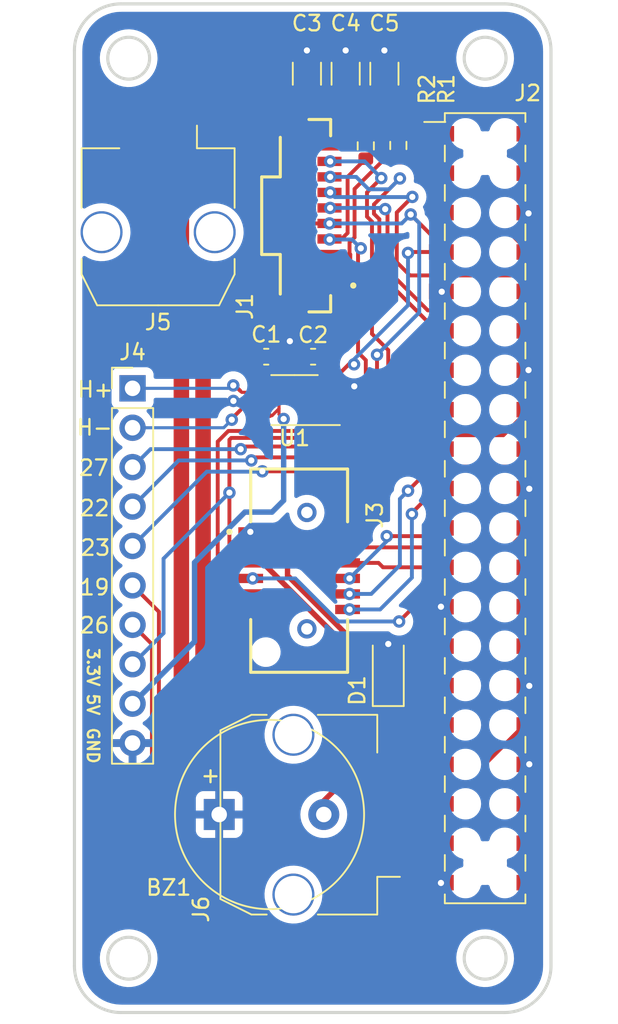
<source format=kicad_pcb>
(kicad_pcb (version 20211014) (generator pcbnew)
  (layers (0 "F.Cu" mixed) (31 "B.Cu" mixed) (34 "B.Paste" user) (35 "F.Paste" user) (36 "B.SilkS" user "B.Silkscreen") (37 "F.SilkS" user "F.Silkscreen") (38 "B.Mask" user) (39 "F.Mask" user) (44 "Edge.Cuts" user))
  (net 0 "")
  (net 1 "Net-(C2-Pad1)")
  (net 2 "+3.3VP")
  (net 3 "GPIO27")
  (net 4 "GPIO22")
  (net 5 "GPIO23")
  (net 6 "Hall_M2")
  (net 7 "Hall_M1")
  (net 8 "Hall_Image")
  (net 9 "Hall_Video")
  (net 10 "Hall_Wifi")
  (net 11 "Hall_Button")
  (net 12 "Green_LED")
  (net 13 "Red_LED")
  (net 14 "GPIO12_PWM")
  (net 16 "/H+")
  (net 17 "/H-")
  (net 21 "/PWM_13")
  (net 22 "Haptic_EN")
  (net 23 "GND")
  (net 24 "+5V")
  (net 25 "SCL")
  (net 26 "SDA")
  (net 27 "~{SHUT_DWN_SIG}")
  (net 28 "ENDCAP_EN")
  (net 29 "GPS_INT")
  (net 30 "IMU_INT")
  (net 31 "+3V3")
  (net 33 "/3.3V pullup")
  (net 34 "+12V")
  (net 35 "GNDPWR")
  (net 38 "GPIO19")
  (footprint "Capacitor_SMD:C_0603_1608Metric" (layer "F.Cu") (at 126.375 95.987325)
    (fp_text reference "C1" (at 0 -1.43) (layer "F.SilkS"))
    (fp_text value "1.0uF")
    (pad "1" smd roundrect (at -0.775 0) (size 0.9 0.95) (layers "F.Cu" "F.Paste" "F.Mask") (net 24 "+5V"))
    (pad "2" smd roundrect (at 0.775 0) (size 0.9 0.95) (layers "F.Cu" "F.Paste" "F.Mask") (net 23 "GND"))
  )
  (footprint "Capacitor_SMD:C_1206_3216Metric_Pad1.33x1.80mm_HandSolder" (layer "F.Cu") (at 131.5 77.75 90)
    (fp_text reference "C4" (at 3.25 0 180) (layer "F.SilkS"))
    (fp_text value "DNP")
    (pad "1" smd roundrect (at -1.5625 0 90) (size 1.325 1.8) (layers "F.Cu" "F.Paste" "F.Mask") (roundrect_rratio 0.188679) (net 24 "+5V"))
    (pad "2" smd roundrect (at 1.5625 0 90) (size 1.325 1.8) (layers "F.Cu" "F.Paste" "F.Mask") (roundrect_rratio 0.188679) (net 23 "GND"))
  )
  (footprint "custom:SAMTEC_T1M-06-X-DV" (layer "F.Cu") (at 128.5 109.775 -90)
    (fp_text reference "J3" (at -3.575 -4.885 -90) (layer "F.SilkS"))
    (fp_text value "T1M-06-X-DV")
    (pad "" np_thru_hole circle locked (at -5.25 2.15 270) (size 0.89 0.89) (drill 0.89) (layers *.Cu *.Mask))
    (pad "" np_thru_hole circle locked (at 5.25 2.15 270) (size 0.89 0.89) (drill 0.89) (layers *.Cu *.Mask))
    (pad "01" smd rect locked (at -2.5 3.125 270) (size 0.6 1.6) (layers "F.Cu" "F.Paste" "F.Mask") (net 23 "GND"))
    (pad "02" smd rect locked (at -2.5 -3.125 270) (size 0.6 1.6) (layers "F.Cu" "F.Paste" "F.Mask") (net 2 "+3.3VP"))
    (pad "03" smd rect locked (at -1.5 3.125 270) (size 0.6 1.6) (layers "F.Cu" "F.Paste" "F.Mask") (net 12 "Green_LED"))
    (pad "04" smd rect locked (at -1.5 -3.125 270) (size 0.6 1.6) (layers "F.Cu" "F.Paste" "F.Mask") (net 9 "Hall_Video"))
    (pad "05" smd rect locked (at -0.5 3.125 270) (size 0.6 1.6) (layers "F.Cu" "F.Paste" "F.Mask") (net 13 "Red_LED"))
    (pad "06" smd rect locked (at -0.5 -3.125 270) (size 0.6 1.6) (layers "F.Cu" "F.Paste" "F.Mask") (net 10 "Hall_Wifi"))
    (pad "07" smd rect locked (at 0.5 3.125 270) (size 0.6 1.6) (layers "F.Cu" "F.Paste" "F.Mask") (net 11 "Hall_Button"))
    (pad "08" smd rect locked (at 0.5 -3.125 270) (size 0.6 1.6) (layers "F.Cu" "F.Paste" "F.Mask") (net 8 "Hall_Image"))
    (pad "09" smd rect locked (at 1.5 3.125 270) (size 0.6 1.6) (layers "F.Cu" "F.Paste" "F.Mask") (net 31 "+3V3"))
    (pad "10" smd rect locked (at 1.5 -3.125 270) (size 0.6 1.6) (layers "F.Cu" "F.Paste" "F.Mask") (net 6 "Hall_M2"))
    (pad "11" smd rect locked (at 2.5 3.125 270) (size 0.6 1.6) (layers "F.Cu" "F.Paste" "F.Mask") (net 27 "~{SHUT_DWN_SIG}"))
    (pad "12" smd rect locked (at 2.5 -3.125 270) (size 0.6 1.6) (layers "F.Cu" "F.Paste" "F.Mask") (net 7 "Hall_M1"))
    (pad "S1" thru_hole circle locked (at -3.75 -0.5 270) (size 1.248 1.248) (drill 0.74) (layers *.Cu *.Mask))
    (pad "S2" thru_hole circle locked (at 3.75 -0.5 270) (size 1.248 1.248) (drill 0.74) (layers *.Cu *.Mask))
  )
  (footprint "Connector_Molex:Molex_Micro-Fit_3.0_43650-0210_1x02-1MP_P3.00mm_Horizontal" (layer "F.Cu") (at 119.4 87.615 180)
    (fp_text reference "J5" (at 0 -6.15) (layer "F.SilkS"))
    (fp_text value "Conn_01x02")
    (pad "1" smd rect (at -1.5 5.12 180) (size 1.27 2.92) (layers "F.Cu" "F.Paste" "F.Mask") (net 34 "+12V"))
    (pad "2" smd rect (at 1.5 5.12 180) (size 1.27 2.92) (layers "F.Cu" "F.Paste" "F.Mask") (net 35 "GNDPWR"))
    (pad "MP" thru_hole circle (at -3.65 -0.35 180) (size 2.71 2.71) (drill 2.41) (layers *.Cu *.Mask))
    (pad "MP" thru_hole circle (at 3.65 -0.35 180) (size 2.71 2.71) (drill 2.41) (layers *.Cu *.Mask))
  )
  (footprint "custom:SAMTEC_T1M-10-F-SV-L" (layer "F.Cu") (at 130.4575 86.9 90)
    (fp_text reference "J1" (at -5.85 -5.4575 90) (layer "F.SilkS"))
    (fp_text value "T1M-10-F-SV-L")
    (pad "01" smd rect locked (at -4.5 0 90) (size 0.6 1.55) (layers "F.Cu" "F.Paste" "F.Mask") (net 23 "GND"))
    (pad "02" smd rect locked (at -3.5 0 90) (size 0.6 1.55) (layers "F.Cu" "F.Paste" "F.Mask") (net 24 "+5V"))
    (pad "03" smd rect locked (at -2.5 0 90) (size 0.6 1.55) (layers "F.Cu" "F.Paste" "F.Mask") (net 25 "SCL"))
    (pad "04" smd rect locked (at -1.5 0 90) (size 0.6 1.55) (layers "F.Cu" "F.Paste" "F.Mask") (net 26 "SDA"))
    (pad "05" smd rect locked (at -0.5 0 90) (size 0.6 1.55) (layers "F.Cu" "F.Paste" "F.Mask") (net 27 "~{SHUT_DWN_SIG}"))
    (pad "06" smd rect locked (at 0.5 0 90) (size 0.6 1.55) (layers "F.Cu" "F.Paste" "F.Mask") (net 28 "ENDCAP_EN"))
    (pad "07" smd rect locked (at 1.5 0 90) (size 0.6 1.55) (layers "F.Cu" "F.Paste" "F.Mask") (net 29 "GPS_INT"))
    (pad "08" smd rect locked (at 2.5 0 90) (size 0.6 1.55) (layers "F.Cu" "F.Paste" "F.Mask") (net 30 "IMU_INT"))
    (pad "09" smd rect locked (at 3.5 0 90) (size 0.6 1.55) (layers "F.Cu" "F.Paste" "F.Mask") (net 31 "+3V3"))
    (pad "10" smd rect locked (at 4.5 0 90) (size 0.6 1.55) (layers "F.Cu" "F.Paste" "F.Mask") (net 27 "~{SHUT_DWN_SIG}"))
    (pad "S1" smd rect locked (at -5.8 -2.575 90) (size 0.8 1.8) (layers "F.Cu" "F.Paste" "F.Mask"))
    (pad "S2" smd rect locked (at 5.8 -2.575 90) (size 0.8 1.8) (layers "F.Cu" "F.Paste" "F.Mask"))
  )
  (footprint "Capacitor_SMD:C_1206_3216Metric_Pad1.33x1.80mm_HandSolder" (layer "F.Cu") (at 134 77.75 90)
    (fp_text reference "C5" (at 3.25 0 180) (layer "F.SilkS"))
    (fp_text value "DNP")
    (pad "1" smd roundrect (at -1.5625 0 90) (size 1.325 1.8) (layers "F.Cu" "F.Paste" "F.Mask") (roundrect_rratio 0.188679) (net 24 "+5V"))
    (pad "2" smd roundrect (at 1.5625 0 90) (size 1.325 1.8) (layers "F.Cu" "F.Paste" "F.Mask") (roundrect_rratio 0.188679) (net 23 "GND"))
  )
  (footprint "Resistor_SMD:R_0603_1608Metric" (layer "F.Cu") (at 132.8 82.4 -90)
    (fp_text reference "R2" (at -3.65 -3.95 90) (layer "F.SilkS"))
    (fp_text value "10K")
    (pad "1" smd roundrect (at -0.825 0 270) (size 0.8 0.95) (layers "F.Cu" "F.Paste" "F.Mask") (net 33 "/3.3V pullup"))
    (pad "2" smd roundrect (at 0.825 0 270) (size 0.8 0.95) (layers "F.Cu" "F.Paste" "F.Mask") (net 26 "SDA"))
  )
  (footprint "Connector_PinHeader_2.54mm:PinHeader_1x10_P2.54mm_Vertical" (layer "F.Cu") (at 117.75 98.025)
    (fp_text reference "J4" (at 0 -2.33) (layer "F.SilkS"))
    (fp_text value "Screw_Terminal_01x10")
    (pad "1" thru_hole rect (at 0 0) (size 1.7 1.7) (drill 1) (layers *.Cu *.Mask) (net 16 "/H+"))
    (pad "2" thru_hole oval (at 0 2.54) (size 1.7 1.7) (drill 1) (layers *.Cu *.Mask) (net 17 "/H-"))
    (pad "3" thru_hole oval (at 0 5.08) (size 1.7 1.7) (drill 1) (layers *.Cu *.Mask) (net 3 "GPIO27"))
    (pad "4" thru_hole oval (at 0 7.62) (size 1.7 1.7) (drill 1) (layers *.Cu *.Mask) (net 4 "GPIO22"))
    (pad "5" thru_hole oval (at 0 10.16) (size 1.7 1.7) (drill 1) (layers *.Cu *.Mask) (net 5 "GPIO23"))
    (pad "6" thru_hole oval (at 0 12.7) (size 1.7 1.7) (drill 1) (layers *.Cu *.Mask) (net 38 "GPIO19"))
    (pad "7" thru_hole oval (at 0 15.24) (size 1.7 1.7) (drill 1) (layers *.Cu *.Mask) (net 14 "GPIO12_PWM"))
    (pad "8" thru_hole oval (at 0 17.78) (size 1.7 1.7) (drill 1) (layers *.Cu *.Mask) (net 31 "+3V3"))
    (pad "9" thru_hole oval (at 0 20.32) (size 1.7 1.7) (drill 1) (layers *.Cu *.Mask) (net 24 "+5V"))
    (pad "10" thru_hole oval (at 0 22.86) (size 1.7 1.7) (drill 1) (layers *.Cu *.Mask) (net 23 "GND"))
  )
  (footprint "Capacitor_SMD:C_0603_1608Metric" (layer "F.Cu") (at 129.4 95.987325 180)
    (fp_text reference "C2" (at 0 1.4) (layer "F.SilkS"))
    (fp_text value "1.0uF")
    (pad "1" smd roundrect (at -0.775 0 180) (size 0.9 0.95) (layers "F.Cu" "F.Paste" "F.Mask") (net 1 "Net-(C2-Pad1)"))
    (pad "2" smd roundrect (at 0.775 0 180) (size 0.9 0.95) (layers "F.Cu" "F.Paste" "F.Mask") (net 23 "GND"))
  )
  (footprint "Package_SO:VSSOP-10_3x3mm_P0.5mm" (layer "F.Cu") (at 128.2 98.782325 180)
    (fp_text reference "U1" (at 0 -2.45) (layer "F.SilkS"))
    (fp_text value "DRV2605LDGS")
    (pad "1" smd roundrect (at -2.2 -1 180) (size 1.45 0.3) (layers "F.Cu" "F.Paste" "F.Mask") (net 1 "Net-(C2-Pad1)"))
    (pad "2" smd roundrect (at -2.2 -0.5 180) (size 1.45 0.3) (layers "F.Cu" "F.Paste" "F.Mask") (net 25 "SCL"))
    (pad "3" smd roundrect (at -2.2 0 180) (size 1.45 0.3) (layers "F.Cu" "F.Paste" "F.Mask") (net 26 "SDA"))
    (pad "4" smd roundrect (at -2.2 0.5 180) (size 1.45 0.3) (layers "F.Cu" "F.Paste" "F.Mask") (net 23 "GND"))
    (pad "5" smd roundrect (at -2.2 1 180) (size 1.45 0.3) (layers "F.Cu" "F.Paste" "F.Mask") (net 22 "Haptic_EN"))
    (pad "6" smd roundrect (at 2.2 1 180) (size 1.45 0.3) (layers "F.Cu" "F.Paste" "F.Mask") (net 24 "+5V"))
    (pad "7" smd roundrect (at 2.2 0.5 180) (size 1.45 0.3) (layers "F.Cu" "F.Paste" "F.Mask") (net 16 "/H+"))
    (pad "8" smd roundrect (at 2.2 0 180) (size 1.45 0.3) (layers "F.Cu" "F.Paste" "F.Mask") (net 23 "GND"))
    (pad "9" smd roundrect (at 2.2 -0.5 180) (size 1.45 0.3) (layers "F.Cu" "F.Paste" "F.Mask") (net 17 "/H-"))
    (pad "10" smd roundrect (at 2.2 -1 180) (size 1.45 0.3) (layers "F.Cu" "F.Paste" "F.Mask") (net 24 "+5V"))
  )
  (footprint "Diode_SMD:D_SOD-123" (layer "F.Cu") (at 134.25 116.25 90)
    (fp_text reference "D1" (at -1.25 -2 90) (layer "F.SilkS"))
    (fp_text value "30V 500mA")
    (pad "1" smd rect (at -1.65 0 90) (size 0.9 1.2) (layers "F.Cu" "F.Paste" "F.Mask") (net 21 "/PWM_13"))
    (pad "2" smd rect (at 1.65 0 90) (size 0.9 1.2) (layers "F.Cu" "F.Paste" "F.Mask") (net 23 "GND"))
  )
  (footprint "Resistor_SMD:R_0603_1608Metric" (layer "F.Cu") (at 134.9 82.375 -90)
    (fp_text reference "R1" (at -3.625 -3.1 90) (layer "F.SilkS"))
    (fp_text value "10K")
    (pad "1" smd roundrect (at -0.825 0 270) (size 0.8 0.95) (layers "F.Cu" "F.Paste" "F.Mask") (net 33 "/3.3V pullup"))
    (pad "2" smd roundrect (at 0.825 0 270) (size 0.8 0.95) (layers "F.Cu" "F.Paste" "F.Mask") (net 25 "SCL"))
  )
  (footprint "Capacitor_SMD:C_1206_3216Metric_Pad1.33x1.80mm_HandSolder" (layer "F.Cu") (at 129 77.75 90)
    (fp_text reference "C3" (at 3.25 0 180) (layer "F.SilkS"))
    (fp_text value "10uF")
    (pad "1" smd roundrect (at -1.5625 0 90) (size 1.325 1.8) (layers "F.Cu" "F.Paste" "F.Mask") (roundrect_rratio 0.188679) (net 24 "+5V"))
    (pad "2" smd roundrect (at 1.5625 0 90) (size 1.325 1.8) (layers "F.Cu" "F.Paste" "F.Mask") (roundrect_rratio 0.188679) (net 23 "GND"))
  )
  (footprint "custom:Pi_PinSocket_2x20" (layer "F.Cu") (at 140.5 81.62)
    (fp_text reference "J2" (at 2.75 -2.62) (layer "F.SilkS"))
    (fp_text value "Conn_02x20_Odd_Even")
    (pad "" np_thru_hole circle (at -1.27 45.72) (size 1 1) (drill 1) (layers F&B.Cu *.Mask))
    (pad "" np_thru_hole circle (at 1.27 22.86) (size 1 1) (drill 1) (layers F&B.Cu *.Mask))
    (pad "" np_thru_hole circle (at -1.27 35.56) (size 1 1) (drill 1) (layers F&B.Cu *.Mask))
    (pad "" np_thru_hole circle (at 1.27 43.18) (size 1 1) (drill 1) (layers F&B.Cu *.Mask))
    (pad "" np_thru_hole circle (at 1.27 15.24) (size 1 1) (drill 1) (layers F&B.Cu *.Mask))
    (pad "" np_thru_hole circle (at 1.27 5.08) (size 1 1) (drill 1) (layers F&B.Cu *.Mask))
    (pad "" np_thru_hole circle (at 1.27 38.1) (size 1 1) (drill 1) (layers F&B.Cu *.Mask))
    (pad "" np_thru_hole circle (at 1.27 2.54) (size 1 1) (drill 1) (layers F&B.Cu *.Mask))
    (pad "" np_thru_hole circle (at 1.27 10.16) (size 1 1) (drill 1) (layers F&B.Cu *.Mask))
    (pad "" np_thru_hole circle (at -1.27 48.26) (size 1 1) (drill 1) (layers F&B.Cu *.Mask))
    (pad "" np_thru_hole circle (at 1.27 35.56) (size 1 1) (drill 1) (layers F&B.Cu *.Mask))
    (pad "" np_thru_hole circle (at -1.27 38.1) (size 1 1) (drill 1) (layers F&B.Cu *.Mask))
    (pad "" np_thru_hole circle (at 1.27 30.48) (size 1 1) (drill 1) (layers F&B.Cu *.Mask))
    (pad "" np_thru_hole circle (at -1.27 5.08) (size 1 1) (drill 1) (layers F&B.Cu *.Mask))
    (pad "" np_thru_hole circle (at -1.27 30.48) (size 1 1) (drill 1) (layers F&B.Cu *.Mask))
    (pad "" np_thru_hole circle (at -1.27 40.64) (size 1 1) (drill 1) (layers F&B.Cu *.Mask))
    (pad "" np_thru_hole circle (at 1.27 7.62) (size 1 1) (drill 1) (layers F&B.Cu *.Mask))
    (pad "" np_thru_hole circle (at 1.27 17.78) (size 1 1) (drill 1) (layers F&B.Cu *.Mask))
    (pad "" np_thru_hole circle (at 1.27 0) (size 1 1) (drill 1) (layers F&B.Cu *.Mask))
    (pad "" np_thru_hole circle (at 1.27 12.7) (size 1 1) (drill 1) (layers F&B.Cu *.Mask))
    (pad "" np_thru_hole circle (at -1.27 17.78) (size 1 1) (drill 1) (layers F&B.Cu *.Mask))
    (pad "" np_thru_hole circle (at -1.27 27.94) (size 1 1) (drill 1) (layers F&B.Cu *.Mask))
    (pad "" np_thru_hole circle (at -1.27 25.4) (size 1 1) (drill 1) (layers F&B.Cu *.Mask))
    (pad "" np_thru_hole circle (at 0 47) (size 1.8 1.8) (drill 1.8) (layers F&B.Cu *.Mask))
    (pad "" np_thru_hole circle (at -1.27 12.7) (size 1 1) (drill 1) (layers F&B.Cu *.Mask))
    (pad "" np_thru_hole circle (at -1.27 0) (size 1 1) (drill 1) (layers F&B.Cu *.Mask))
    (pad "" np_thru_hole circle (at 1.27 33.02) (size 1 1) (drill 1) (layers F&B.Cu *.Mask))
    (pad "" np_thru_hole circle (at -1.27 2.54) (size 1 1) (drill 1) (layers F&B.Cu *.Mask))
    (pad "" np_thru_hole circle (at -1.27 22.86) (size 1 1) (drill 1) (layers F&B.Cu *.Mask))
    (pad "" np_thru_hole circle (at 1.27 20.32) (size 1 1) (drill 1) (layers F&B.Cu *.Mask))
    (pad "" np_thru_hole circle (at 1.27 48.26) (size 1 1) (drill 1) (layers F&B.Cu *.Mask))
    (pad "" np_thru_hole circle (at -1.27 10.16) (size 1 1) (drill 1) (layers F&B.Cu *.Mask))
    (pad "" np_thru_hole circle (at -1.27 20.32) (size 1 1) (drill 1) (layers F&B.Cu *.Mask))
    (pad "" np_thru_hole circle (at 1.27 45.72) (size 1 1) (drill 1) (layers F&B.Cu *.Mask))
    (pad "" np_thru_hole circle (at -1.27 15.24) (size 1 1) (drill 1) (layers F&B.Cu *.Mask))
    (pad "" np_thru_hole circle (at 1.27 25.4) (size 1 1) (drill 1) (layers F&B.Cu *.Mask))
    (pad "" np_thru_hole circle (at -1.27 43.18) (size 1 1) (drill 1) (layers F&B.Cu *.Mask))
    (pad "" np_thru_hole circle (at 1.27 27.94) (size 1 1) (drill 1) (layers F&B.Cu *.Mask))
    (pad "" np_thru_hole circle (at -1.27 7.62) (size 1 1) (drill 1) (layers F&B.Cu *.Mask))
    (pad "" np_thru_hole circle (at 0 1.25) (size 1.8 1.8) (drill 1.8) (layers F&B.Cu *.Mask))
    (pad "" np_thru_hole circle (at -1.27 33.02) (size 1 1) (drill 1) (layers F&B.Cu *.Mask))
    (pad "" np_thru_hole circle (at 1.27 40.64) (size 1 1) (drill 1) (layers F&B.Cu *.Mask))
    (pad "1" smd rect (at -2.825 0) (size 1.65 1) (layers "F.Cu" "F.Paste" "F.Mask") (net 33 "/3.3V pullup"))
    (pad "2" smd rect (at 2.825 0) (size 1.6 1) (layers "F.Cu" "F.Paste" "F.Mask") (net 24 "+5V"))
    (pad "3" smd rect (at -2.825 2.54) (size 1.65 1) (layers "F.Cu" "F.Paste" "F.Mask") (net 26 "SDA"))
    (pad "4" smd rect (at 2.825 2.54) (size 1.6 1) (layers "F.Cu" "F.Paste" "F.Mask") (net 24 "+5V"))
    (pad "5" smd rect (at -2.825 5.08) (size 1.6 1) (layers "F.Cu" "F.Paste" "F.Mask") (net 25 "SCL"))
    (pad "6" smd rect (at 2.825 5.08) (size 1.6 1) (layers "F.Cu" "F.Paste" "F.Mask") (net 23 "GND"))
    (pad "7" smd rect (at -2.825 7.62) (size 1.6 1) (layers "F.Cu" "F.Paste" "F.Mask") (net 22 "Haptic_EN"))
    (pad "8" smd rect (at 2.825 7.62) (size 1.6 1) (layers "F.Cu" "F.Paste" "F.Mask") (net 27 "~{SHUT_DWN_SIG}"))
    (pad "9" smd rect (at -2.825 10.16) (size 1.6 1) (layers "F.Cu" "F.Paste" "F.Mask") (net 23 "GND"))
    (pad "10" smd rect (at 2.825 10.16) (size 1.6 1) (layers "F.Cu" "F.Paste" "F.Mask") (net 29 "GPS_INT"))
    (pad "11" smd rect (at -2.825 12.7) (size 1.6 1) (layers "F.Cu" "F.Paste" "F.Mask") (net 30 "IMU_INT"))
    (pad "12" smd rect (at 2.825 12.7) (size 1.6 1) (layers "F.Cu" "F.Paste" "F.Mask") (net 28 "ENDCAP_EN"))
    (pad "13" smd rect (at -2.825 15.24) (size 1.6 1) (layers "F.Cu" "F.Paste" "F.Mask") (net 3 "GPIO27"))
    (pad "14" smd rect (at 2.825 15.24) (size 1.6 1) (layers "F.Cu" "F.Paste" "F.Mask") (net 23 "GND"))
    (pad "15" smd rect (at -2.825 17.78) (size 1.6 1) (layers "F.Cu" "F.Paste" "F.Mask") (net 4 "GPIO22"))
    (pad "16" smd rect (at 2.825 17.78) (size 1.6 1) (layers "F.Cu" "F.Paste" "F.Mask") (net 5 "GPIO23"))
    (pad "17" smd rect (at -2.825 20.32) (size 1.6 1) (layers "F.Cu" "F.Paste" "F.Mask") (net 2 "+3.3VP"))
    (pad "18" smd rect (at 2.825 20.32) (size 1.6 1) (layers "F.Cu" "F.Paste" "F.Mask") (net 6 "Hall_M2"))
    (pad "19" smd rect (at -2.825 22.86) (size 1.6 1) (layers "F.Cu" "F.Paste" "F.Mask") (net 7 "Hall_M1"))
    (pad "20" smd rect (at 2.825 22.86) (size 1.6 1) (layers "F.Cu" "F.Paste" "F.Mask") (net 23 "GND"))
    (pad "21" smd rect (at -2.825 25.4) (size 1.6 1) (layers "F.Cu" "F.Paste" "F.Mask") (net 8 "Hall_Image"))
    (pad "22" smd rect (at 2.825 25.4) (size 1.6 1) (layers "F.Cu" "F.Paste" "F.Mask") (net 9 "Hall_Video"))
    (pad "23" smd rect (at -2.825 27.94) (size 1.6 1) (layers "F.Cu" "F.Paste" "F.Mask") (net 10 "Hall_Wifi"))
    (pad "24" smd rect (at 2.825 27.94) (size 1.6 1) (layers "F.Cu" "F.Paste" "F.Mask") (net 11 "Hall_Button"))
    (pad "25" smd rect (at -2.825 30.48) (size 1.6 1) (layers "F.Cu" "F.Paste" "F.Mask") (net 23 "GND"))
    (pad "26" smd rect (at 2.825 30.48) (size 1.6 1) (layers "F.Cu" "F.Paste" "F.Mask"))
    (pad "27" smd rect (at -2.825 33.02) (size 1.6 1) (layers "F.Cu" "F.Paste" "F.Mask"))
    (pad "28" smd rect (at 2.825 33.02) (size 1.6 1) (layers "F.Cu" "F.Paste" "F.Mask"))
    (pad "29" smd rect (at -2.825 35.56) (size 1.6 1) (layers "F.Cu" "F.Paste" "F.Mask") (net 12 "Green_LED"))
    (pad "30" smd rect (at 2.825 35.56) (size 1.6 1) (layers "F.Cu" "F.Paste" "F.Mask") (net 23 "GND"))
    (pad "31" smd rect (at -2.825 38.1) (size 1.6 1) (layers "F.Cu" "F.Paste" "F.Mask") (net 13 "Red_LED"))
    (pad "32" smd rect (at 2.825 38.1) (size 1.6 1) (layers "F.Cu" "F.Paste" "F.Mask") (net 14 "GPIO12_PWM"))
    (pad "33" smd rect (at -2.825 40.64) (size 1.6 1) (layers "F.Cu" "F.Paste" "F.Mask") (net 21 "/PWM_13"))
    (pad "34" smd rect (at 2.825 40.64) (size 1.6 1) (layers "F.Cu" "F.Paste" "F.Mask") (net 23 "GND"))
    (pad "35" smd rect (at -2.825 43.18) (size 1.6 1) (layers "F.Cu" "F.Paste" "F.Mask") (net 38 "GPIO19"))
    (pad "36" smd rect (at 2.825 43.18) (size 1.6 1) (layers "F.Cu" "F.Paste" "F.Mask"))
    (pad "37" smd rect (at -2.825 45.72) (size 1.6 1) (layers "F.Cu" "F.Paste" "F.Mask"))
    (pad "38" smd rect (at 2.825 45.72) (size 1.6 1) (layers "F.Cu" "F.Paste" "F.Mask"))
    (pad "39" smd rect (at -2.825 48.26) (size 1.6 1) (layers "F.Cu" "F.Paste" "F.Mask") (net 23 "GND"))
    (pad "40" smd rect (at 2.825 48.26) (size 1.6 1) (layers "F.Cu" "F.Paste" "F.Mask"))
  )
  (footprint "Connector_Molex:Molex_Micro-Fit_3.0_43650-0310_1x03-1MP_P3.00mm_Horizontal" (layer "F.Cu") (at 128.48 125.5 90)
    (fp_text reference "J6" (at -6.09 -6.31 90) (layer "F.SilkS"))
    (fp_text value "Conn_01x03")
    (pad "1" smd rect (at -3 5.12 90) (size 1.27 2.92) (layers "F.Cu" "F.Paste" "F.Mask") (net 34 "+12V"))
    (pad "2" smd rect (at 0 5.12 90) (size 1.27 2.92) (layers "F.Cu" "F.Paste" "F.Mask") (net 35 "GNDPWR"))
    (pad "3" smd rect (at 3 5.12 90) (size 1.27 2.92) (layers "F.Cu" "F.Paste" "F.Mask") (net 21 "/PWM_13"))
    (pad "MP" thru_hole circle (at -5.15 -0.35 90) (size 2.71 2.71) (drill 2.41) (layers *.Cu *.Mask))
    (pad "MP" thru_hole circle (at 5.15 -0.35 90) (size 2.71 2.71) (drill 2.41) (layers *.Cu *.Mask))
  )
  (footprint "custom:Buzzer_12x9.5RM7.6" (layer "F.Cu") (at 126.59 125.49)
    (fp_text reference "BZ1" (at -6.51 4.71) (layer "F.SilkS"))
    (fp_text value "Buzzer")
    (fp_text user "+" (at -3.81 -2.54) (layer "F.SilkS"))
    (pad "1" thru_hole rect (at -3.25 0) (size 2 2) (drill 1) (layers *.Cu *.Mask) (net 23 "GND"))
    (pad "2" thru_hole circle (at 3.5 0) (size 2 2) (drill 1) (layers *.Cu *.Mask) (net 21 "/PWM_13"))
  )
  (gr_circle (center 117.500001 76.75) (end 117.500001 75.4) (layer "Edge.Cuts") (width 0.2) (fill none))
  (gr_circle (center 140.5 76.75) (end 140.5 75.4) (layer "Edge.Cuts") (width 0.2) (fill none))
  (gr_arc (start 114.000001 76.250001) (mid 114.878681 74.128681) (end 117.000001 73.250001) (layer "Edge.Cuts") (width 0.2))
  (gr_circle (center 117.500001 134.75) (end 117.500001 133.4) (layer "Edge.Cuts") (width 0.2) (fill none))
  (gr_arc (start 141.75 73.250001) (mid 143.87132 74.128681) (end 144.75 76.250001) (layer "Edge.Cuts") (width 0.2))
  (gr_arc (start 144.75 135.249999) (mid 143.871321 137.37132) (end 141.750001 138.25) (layer "Edge.Cuts") (width 0.2))
  (gr_line (start 117.000001 73.250001) (end 141.75 73.250001) (layer "Edge.Cuts") (width 0.2))
  (gr_arc (start 117.000001 138.25) (mid 114.878681 137.37132) (end 114.000001 135.25) (layer "Edge.Cuts") (width 0.2))
  (gr_line (start 114.000001 135.25) (end 114.000002 76.250001) (layer "Edge.Cuts") (width 0.2))
  (gr_circle (center 140.5 134.75) (end 140.5 133.4) (layer "Edge.Cuts") (width 0.2) (fill none))
  (gr_line (start 144.75 76.250001) (end 144.750001 135.25) (layer "Edge.Cuts") (width 0.2))
  (gr_line (start 141.75 138.25) (end 117.000001 138.25) (layer "Edge.Cuts") (width 0.2))
  (gr_text "27" (at 115.25 103.15) (layer "F.SilkS") (effects (font (size 1 1))))
  (gr_text "22" (at 115.3 105.75) (layer "F.SilkS") (effects (font (size 1 1))))
  (gr_text "3.3V" (at 115.2 116 270) (layer "F.SilkS") (effects (font (size 0.75 0.75))))
  (gr_text "H+" (at 115.35 98.1) (layer "F.SilkS") (effects (font (size 1 1))))
  (gr_text "23" (at 115.35 108.3) (layer "F.SilkS") (effects (font (size 1 1))))
  (gr_text "26\n" (at 115.3 113.3) (layer "F.SilkS") (effects (font (size 1 1))))
  (gr_text "GND" (at 115.2 121.05 270) (layer "F.SilkS") (effects (font (size 0.75 0.75))))
  (gr_text "H-" (at 115.3 100.55) (layer "F.SilkS") (effects (font (size 1 1))))
  (gr_text "19\n" (at 115.3 110.85) (layer "F.SilkS") (effects (font (size 1 1))))
  (gr_text "5V" (at 115.2 118.4 270) (layer "F.SilkS") (effects (font (size 0.75 0.75))))
  (segment (start 128.775489 97.386836) (end 128.775489 99.113163) (width 0.25) (layer "F.Cu") (net 1))
  (segment (start 129.44465 99.782325) (end 128.775489 99.113163) (width 0.2) (layer "F.Cu") (net 1))
  (segment (start 130.4 99.782325) (end 129.44465 99.782325) (width 0.2) (layer "F.Cu") (net 1))
  (segment (start 130.175 95.987325) (end 128.775489 97.386836) (width 0.25) (layer "F.Cu") (net 1))
  (segment (start 135.56 101.94) (end 131.625 105.875) (width 0.25) (layer "F.Cu") (net 2))
  (segment (start 137.625 101.94) (end 135.56 101.94) (width 0.25) (layer "F.Cu") (net 2))
  (segment (start 131.625 105.875) (end 131.625 107.275) (width 0.25) (layer "F.Cu") (net 2))
  (segment (start 124.894576 101.7755) (end 124.7245 101.945576) (width 0.25) (layer "F.Cu") (net 3))
  (segment (start 137.675 97.596408) (end 133.495908 101.7755) (width 0.25) (layer "F.Cu") (net 3))
  (segment (start 133.495908 101.7755) (end 124.894576 101.7755) (width 0.25) (layer "F.Cu") (net 3))
  (segment (start 137.675 96.86) (end 137.675 97.596408) (width 0.25) (layer "F.Cu") (net 3))
  (via (at 124.7245 101.945576) (size 0.8) (drill 0.4) (layers "F.Cu" "B.Cu") (net 3))
  (segment (start 118.909424 101.945576) (end 124.7245 101.945576) (width 0.25) (layer "B.Cu") (net 3))
  (segment (start 117.75 103.105) (end 118.909424 101.945576) (width 0.25) (layer "B.Cu") (net 3))
  (segment (start 137.675 99.4) (end 136.507112 99.4) (width 0.25) (layer "F.Cu") (net 4))
  (segment (start 136.507112 99.4) (end 133.431613 102.475499) (width 0.25) (layer "F.Cu") (net 4))
  (segment (start 133.431613 102.475499) (end 125.60758 102.475499) (width 0.25) (layer "F.Cu") (net 4))
  (segment (start 125.60758 102.475499) (end 125.412079 102.671) (width 0.25) (layer "F.Cu") (net 4))
  (via (at 125.412079 102.671) (size 0.8) (drill 0.4) (layers "F.Cu" "B.Cu") (net 4))
  (segment (start 117.75 105.645) (end 120.724 102.671) (width 0.25) (layer "B.Cu") (net 4))
  (segment (start 120.724 102.671) (end 125.412079 102.671) (width 0.25) (layer "B.Cu") (net 4))
  (segment (start 143.325 99.4) (end 141.680218 101.044782) (width 0.25) (layer "F.Cu") (net 5))
  (segment (start 141.680218 101.044782) (end 135.498032 101.044782) (width 0.25) (layer "F.Cu") (net 5))
  (segment (start 135.498032 101.044782) (end 133.170482 103.372332) (width 0.25) (layer "F.Cu") (net 5))
  (segment (start 133.170482 103.372332) (end 126.124217 103.372332) (width 0.25) (layer "F.Cu") (net 5))
  (via (at 126.124217 103.372332) (size 0.8) (drill 0.4) (layers "F.Cu" "B.Cu") (net 5))
  (segment (start 117.75 108.185) (end 122.5395 103.3955) (width 0.25) (layer "B.Cu") (net 5))
  (segment (start 126.101049 103.3955) (end 126.124217 103.372332) (width 0.25) (layer "B.Cu") (net 5))
  (segment (start 122.5395 103.3955) (end 126.101049 103.3955) (width 0.25) (layer "B.Cu") (net 5))
  (segment (start 137.085489 103.064511) (end 135.525 104.625) (width 0.25) (layer "F.Cu") (net 6))
  (segment (start 143.375 101.94) (end 142.250489 103.064511) (width 0.25) (layer "F.Cu") (net 6))
  (segment (start 142.250489 103.064511) (end 137.085489 103.064511) (width 0.25) (layer "F.Cu") (net 6))
  (via (at 135.525 104.625) (size 0.8) (drill 0.4) (layers "F.Cu" "B.Cu") (net 6))
  (via (at 131.75 111.275) (size 0.8) (drill 0.4) (layers "F.Cu" "B.Cu") (net 6))
  (segment (start 135 109.425) (end 135 105.15) (width 0.25) (layer "B.Cu") (net 6))
  (segment (start 133.15 111.275) (end 135 109.425) (width 0.25) (layer "B.Cu") (net 6))
  (segment (start 131.75 111.275) (end 133.15 111.275) (width 0.25) (layer "B.Cu") (net 6))
  (segment (start 135 105.15) (end 135.525 104.625) (width 0.25) (layer "B.Cu") (net 6))
  (segment (start 135.775 106.055) (end 135.775 106.125) (width 0.25) (layer "F.Cu") (net 7))
  (segment (start 137.35 104.48) (end 135.775 106.055) (width 0.25) (layer "F.Cu") (net 7))
  (segment (start 137.625 104.48) (end 137.35 104.48) (width 0.25) (layer "F.Cu") (net 7))
  (via (at 135.775 106.125) (size 0.8) (drill 0.4) (layers "F.Cu" "B.Cu") (net 7))
  (via (at 131.75 112.275) (size 0.8) (drill 0.4) (layers "F.Cu" "B.Cu") (net 7))
  (segment (start 133.725 112.275) (end 135.775 110.225) (width 0.25) (layer "B.Cu") (net 7))
  (segment (start 135.775 110.225) (end 135.775 106.125) (width 0.25) (layer "B.Cu") (net 7))
  (segment (start 131.75 112.275) (end 133.725 112.275) (width 0.25) (layer "B.Cu") (net 7))
  (segment (start 137.625 107.02) (end 136.98 107.02) (width 0.25) (layer "F.Cu") (net 8))
  (segment (start 136.4495 107.5505) (end 134.15 107.5505) (width 0.25) (layer "F.Cu") (net 8))
  (segment (start 136.98 107.02) (end 136.4495 107.5505) (width 0.25) (layer "F.Cu") (net 8))
  (via (at 134.15 107.5505) (size 0.8) (drill 0.4) (layers "F.Cu" "B.Cu") (net 8))
  (via (at 131.75 110.275) (size 0.8) (drill 0.4) (layers "F.Cu" "B.Cu") (net 8))
  (segment (start 134.15 107.875) (end 134.15 107.5505) (width 0.25) (layer "B.Cu") (net 8))
  (segment (start 131.75 110.275) (end 134.15 107.875) (width 0.25) (layer "B.Cu") (net 8))
  (segment (start 143.325 107.02) (end 142.07 108.275) (width 0.25) (layer "F.Cu") (net 9))
  (segment (start 142.07 108.275) (end 131.625 108.275) (width 0.25) (layer "F.Cu") (net 9))
  (segment (start 133.625 109.275) (end 133.91 109.56) (width 0.25) (layer "F.Cu") (net 10))
  (segment (start 131.625 109.275) (end 133.625 109.275) (width 0.25) (layer "F.Cu") (net 10))
  (segment (start 133.91 109.56) (end 137.625 109.56) (width 0.25) (layer "F.Cu") (net 10))
  (segment (start 137.25 110.75) (end 134.95 113.05) (width 0.25) (layer "F.Cu") (net 11))
  (segment (start 143.375 109.56) (end 142.185 110.75) (width 0.25) (layer "F.Cu") (net 11))
  (segment (start 142.185 110.75) (end 137.25 110.75) (width 0.25) (layer "F.Cu") (net 11))
  (via (at 134.95 113.05) (size 0.8) (drill 0.4) (layers "F.Cu" "B.Cu") (net 11))
  (via (at 125.5 110.275) (size 0.8) (drill 0.4) (layers "F.Cu" "B.Cu") (net 11))
  (segment (start 128.25 110.275) (end 131.025 113.05) (width 0.25) (layer "B.Cu") (net 11))
  (segment (start 125.5 110.275) (end 128.25 110.275) (width 0.25) (layer "B.Cu") (net 11))
  (segment (start 131.025 113.05) (end 134.95 113.05) (width 0.25) (layer "B.Cu") (net 11))
  (segment (start 133.914912 116.25) (end 136.25 116.25) (width 0.35) (layer "F.Cu") (net 12))
  (segment (start 126.525 108.275) (end 127.75 109.5) (width 0.35) (layer "F.Cu") (net 12))
  (segment (start 125.375 108.275) (end 126.525 108.275) (width 0.35) (layer "F.Cu") (net 12))
  (segment (start 127.75 110.085088) (end 133.914912 116.25) (width 0.35) (layer "F.Cu") (net 12))
  (segment (start 127.75 109.5) (end 127.75 110.085088) (width 0.35) (layer "F.Cu") (net 12))
  (segment (start 137.18 117.18) (end 137.625 117.18) (width 0.35) (layer "F.Cu") (net 12))
  (segment (start 136.25 116.25) (end 137.18 117.18) (width 0.35) (layer "F.Cu") (net 12))
  (segment (start 137.675 119.72) (end 137.675 119.275) (width 0.35) (layer "F.Cu") (net 13))
  (segment (start 133.687301 116.799501) (end 126.1628 109.275) (width 0.35) (layer "F.Cu") (net 13))
  (segment (start 126.1628 109.275) (end 125.375 109.275) (width 0.35) (layer "F.Cu") (net 13))
  (segment (start 137.675 119.275) (end 135.199501 116.799501) (width 0.35) (layer "F.Cu") (net 13))
  (segment (start 135.199501 116.799501) (end 133.687301 116.799501) (width 0.35) (layer "F.Cu") (net 13))
  (segment (start 136.25 132.25) (end 132.75 135.75) (width 0.25) (layer "F.Cu") (net 14))
  (segment (start 119 114.515) (end 117.75 113.265) (width 0.25) (layer "F.Cu") (net 14))
  (segment (start 136.949501 126.186189) (end 136.25 126.88569) (width 0.25) (layer "F.Cu") (net 14))
  (segment (start 119 130.88569) (end 119 114.515) (width 0.25) (layer "F.Cu") (net 14))
  (segment (start 140.5 122.245) (end 140.5 125.25) (width 0.25) (layer "F.Cu") (net 14))
  (segment (start 123.86431 135.75) (end 119 130.88569) (width 0.25) (layer "F.Cu") (net 14))
  (segment (start 140.5 125.25) (end 139.563811 126.186189) (width 0.25) (layer "F.Cu") (net 14))
  (segment (start 143.025 119.72) (end 140.5 122.245) (width 0.25) (layer "F.Cu") (net 14))
  (segment (start 136.25 126.88569) (end 136.25 132.25) (width 0.25) (layer "F.Cu") (net 14))
  (segment (start 139.563811 126.186189) (end 136.949501 126.186189) (width 0.25) (layer "F.Cu") (net 14))
  (segment (start 143.325 119.72) (end 143.025 119.72) (width 0.25) (layer "F.Cu") (net 14))
  (segment (start 132.75 135.75) (end 123.86431 135.75) (width 0.25) (layer "F.Cu") (net 14))
  (segment (start 126 98.282325) (end 124.795 98.282325) (width 0.2) (layer "F.Cu") (net 16))
  (segment (start 124.35 97.837325) (end 124.2495 97.837325) (width 0.25) (layer "F.Cu") (net 16))
  (segment (start 124.7 98.187325) (end 124.35 97.837325) (width 0.25) (layer "F.Cu") (net 16))
  (segment (start 124.795 98.282325) (end 124.7 98.187325) (width 0.2) (layer "F.Cu") (net 16))
  (via (at 124.2495 97.837325) (size 0.8) (drill 0.4) (layers "F.Cu" "B.Cu") (net 16))
  (segment (start 124.061825 98.025) (end 124.2495 97.837325) (width 0.2) (layer "B.Cu") (net 16))
  (segment (start 117.75 98.025) (end 124.061825 98.025) (width 0.2) (layer "B.Cu") (net 16))
  (segment (start 124.7 99.437325) (end 124.150901 99.986424) (width 0.25) (layer "F.Cu") (net 17))
  (segment (start 126 99.282325) (end 124.855 99.282325) (width 0.2) (layer "F.Cu") (net 17))
  (segment (start 124.855 99.282325) (end 124.7 99.437325) (width 0.2) (layer "F.Cu") (net 17))
  (segment (start 124.150901 99.986424) (end 124.150901 100.047075) (width 0.25) (layer "F.Cu") (net 17))
  (via (at 124.150901 100.047075) (size 0.8) (drill 0.4) (layers "F.Cu" "B.Cu") (net 17))
  (segment (start 123.632976 100.565) (end 124.150901 100.047075) (width 0.2) (layer "B.Cu") (net 17))
  (segment (start 117.75 100.565) (end 123.632976 100.565) (width 0.2) (layer "B.Cu") (net 17))
  (segment (start 130.1 124.6) (end 132.2 122.5) (width 0.35) (layer "F.Cu") (net 21))
  (segment (start 133.6 122.5) (end 133.75 122.35) (width 0.35) (layer "F.Cu") (net 21))
  (segment (start 130.1 125.5) (end 130.1 124.6) (width 0.35) (layer "F.Cu") (net 21))
  (segment (start 137.385 122.5) (end 137.625 122.26) (width 0.35) (layer "F.Cu") (net 21))
  (segment (start 133.75 122.35) (end 133.75 118.4) (width 0.35) (layer "F.Cu") (net 21))
  (segment (start 133.75 118.4) (end 134.25 117.9) (width 0.35) (layer "F.Cu") (net 21))
  (segment (start 132.2 122.5) (end 137.385 122.5) (width 0.35) (layer "F.Cu") (net 21))
  (segment (start 130.4 97.782325) (end 131.705553 96.476772) (width 0.25) (layer "F.Cu") (net 22))
  (segment (start 131.705553 96.476772) (end 132.040775 96.476772) (width 0.25) (layer "F.Cu") (net 22))
  (segment (start 135.583965 89.24) (end 135.5245 89.299465) (width 0.25) (layer "F.Cu") (net 22))
  (segment (start 137.625 89.24) (end 135.583965 89.24) (width 0.25) (layer "F.Cu") (net 22))
  (via (at 135.5245 89.299465) (size 0.8) (drill 0.4) (layers "F.Cu" "B.Cu") (net 22))
  (via (at 132.040775 96.476772) (size 0.8) (drill 0.4) (layers "F.Cu" "B.Cu") (net 22))
  (segment (start 132.040775 96.159225) (end 132.040775 96.476772) (width 0.25) (layer "B.Cu") (net 22))
  (segment (start 132.075489 96.442058) (end 132.040775 96.476772) (width 0.25) (layer "B.Cu") (net 22))
  (segment (start 132.075489 96.4) (end 132.075489 96.442058) (width 0.25) (layer "B.Cu") (net 22))
  (segment (start 135.5245 89.299465) (end 135.5245 92.6755) (width 0.25) (layer "B.Cu") (net 22))
  (segment (start 135.5245 92.6755) (end 132.040775 96.159225) (width 0.25) (layer "B.Cu") (net 22))
  (segment (start 127.9 94.987325) (end 130.4575 92.429825) (width 0.35) (layer "F.Cu") (net 23))
  (segment (start 127.15 95.987325) (end 127.9 95.987325) (width 0.35) (layer "F.Cu") (net 23))
  (segment (start 127.9 95.987325) (end 127.9 94.987325) (width 0.35) (layer "F.Cu") (net 23))
  (segment (start 131.668566 98.282325) (end 132.056783 97.894108) (width 0.2) (layer "F.Cu") (net 23))
  (segment (start 127.9 95.987325) (end 128.625 95.987325) (width 0.35) (layer "F.Cu") (net 23))
  (segment (start 130.4575 92.429825) (end 130.4575 91.4) (width 0.35) (layer "F.Cu") (net 23))
  (segment (start 126 98.782325) (end 124.312439 98.782325) (width 0.2) (layer "F.Cu") (net 23))
  (segment (start 130.4 98.282325) (end 131.668566 98.282325) (width 0.2) (layer "F.Cu") (net 23))
  (segment (start 124.312439 98.782325) (end 124.257972 98.836792) (width 0.2) (layer "F.Cu") (net 23))
  (via (at 143.3 96.85) (size 0.8) (drill 0.4) (layers "F.Cu" "B.Cu") (net 23))
  (via (at 143.3 86.75) (size 0.8) (drill 0.4) (layers "F.Cu" "B.Cu") (net 23))
  (via (at 132.056783 97.894108) (size 0.8) (drill 0.4) (layers "F.Cu" "B.Cu") (net 23))
  (via (at 134 76.25) (size 0.8) (drill 0.4) (layers "F.Cu" "B.Cu") (net 23))
  (via (at 127.9 94.987325) (size 0.8) (drill 0.4) (layers "F.Cu" "B.Cu") (net 23))
  (via (at 134.25 114.5) (size 0.8) (drill 0.4) (layers "F.Cu" "B.Cu") (net 23))
  (via (at 125.35 107.275) (size 0.8) (drill 0.4) (layers "F.Cu" "B.Cu") (net 23))
  (via (at 131.5 76.25) (size 0.8) (drill 0.4) (layers "F.Cu" "B.Cu") (net 23))
  (via (at 137.65 129.9) (size 0.8) (drill 0.4) (layers "F.Cu" "B.Cu") (net 23))
  (via (at 143.35 117.2) (size 0.8) (drill 0.4) (layers "F.Cu" "B.Cu") (net 23))
  (via (at 143.35 104.5) (size 0.8) (drill 0.4) (layers "F.Cu" "B.Cu") (net 23))
  (via (at 129 76.25) (size 0.8) (drill 0.4) (layers "F.Cu" "B.Cu") (net 23))
  (via (at 124.257972 98.836792) (size 0.8) (drill 0.4) (layers "F.Cu" "B.Cu") (net 23))
  (via (at 137.65 112.1) (size 0.8) (drill 0.4) (layers "F.Cu" "B.Cu") (net 23))
  (via (at 143.35 122.25) (size 0.8) (drill 0.4) (layers "F.Cu" "B.Cu") (net 23))
  (via (at 137.7 91.8) (size 0.8) (drill 0.4) (layers "F.Cu" "B.Cu") (net 23))
  (segment (start 127.2 99.336976) (end 127.2 99.7) (width 0.2) (layer "F.Cu") (net 24))
  (segment (start 143.375 80.515978) (end 143.375 84.16) (width 0.35) (layer "F.Cu") (net 24))
  (segment (start 126.2 82.4) (end 126.2 80.5) (width 0.35) (layer "F.Cu") (net 24))
  (segment (start 126.754651 97.782325) (end 126 97.782325) (width 0.2) (layer "F.Cu") (net 24))
  (segment (start 127.2 99.336976) (end 127.2 98.227674) (width 0.2) (layer "F.Cu") (net 24))
  (segment (start 127.45 79.25) (end 142.109022 79.25) (width 0.35) (layer "F.Cu") (net 24))
  (segment (start 127.2 98.227674) (end 126.754651 97.782325) (width 0.2) (layer "F.Cu") (net 24))
  (segment (start 127.4 83.6) (end 126.2 82.4) (width 0.35) (layer "F.Cu") (net 24))
  (segment (start 125.6 97.382325) (end 125.97548 97.757805) (width 0.35) (layer "F.Cu") (net 24))
  (segment (start 142.109022 79.25) (end 143.375 80.515978) (width 0.35) (layer "F.Cu") (net 24))
  (segment (start 128.207455 90.4) (end 130.4575 90.4) (width 0.35) (layer "F.Cu") (net 24))
  (segment (start 127.2 99.7) (end 127.5 100) (width 0.2) (layer "F.Cu") (net 24))
  (segment (start 126.607989 92.399466) (end 126.607989 91.999466) (width 0.35) (layer "F.Cu") (net 24))
  (segment (start 125.6 95.987325) (end 125.6 97.382325) (width 0.35) (layer "F.Cu") (net 24))
  (segment (start 126.2 80.5) (end 127.45 79.25) (width 0.35) (layer "F.Cu") (net 24))
  (segment (start 126.607989 91.999466) (end 128.207455 90.4) (width 0.35) (layer "F.Cu") (net 24))
  (segment (start 130.4575 90.4) (end 129.3325 90.4) (width 0.35) (layer "F.Cu") (net 24))
  (segment (start 125.6 93.407456) (end 126.607989 92.399466) (width 0.35) (layer "F.Cu") (net 24))
  (segment (start 126.754651 99.782325) (end 127.2 99.336976) (width 0.2) (layer "F.Cu") (net 24))
  (segment (start 127.4 88.4675) (end 127.4 83.6) (width 0.35) (layer "F.Cu") (net 24))
  (segment (start 129.3325 90.4) (end 127.4 88.4675) (width 0.35) (layer "F.Cu") (net 24))
  (segment (start 126 99.782325) (end 126.754651 99.782325) (width 0.2) (layer "F.Cu") (net 24))
  (segment (start 125.6 95.987325) (end 125.6 93.407456) (width 0.35) (layer "F.Cu") (net 24))
  (via (at 127.5 100) (size 0.8) (drill 0.4) (layers "F.Cu" "B.Cu") (net 24))
  (segment (start 127.5 105.25) (end 127.5 100) (width 0.35) (layer "B.Cu") (net 24))
  (segment (start 121.75 114.345) (end 121.75 109.25) (width 0.35) (layer "B.Cu") (net 24))
  (segment (start 121.75 109.25) (end 125 106) (width 0.35) (layer "B.Cu") (net 24))
  (segment (start 126.75 106) (end 127.5 105.25) (width 0.35) (layer "B.Cu") (net 24))
  (segment (start 117.75 118.345) (end 121.75 114.345) (width 0.35) (layer "B.Cu") (net 24))
  (segment (start 125 106) (end 126.75 106) (width 0.35) (layer "B.Cu") (net 24))
  (segment (start 132.075499 85.175401) (end 134.0509 83.2) (width 0.25) (layer "F.Cu") (net 25))
  (segment (start 136.224501 84.499501) (end 137.675 85.95) (width 0.25) (layer "F.Cu") (net 25))
  (segment (start 134.0509 83.2) (end 134.9 83.2) (width 0.25) (layer "F.Cu") (net 25))
  (segment (start 131.8 94.3) (end 131.8 89.4) (width 0.25) (layer "F.Cu") (net 25))
  (segment (start 132.075499 88.299901) (end 132.075499 85.175401) (width 0.25) (layer "F.Cu") (net 25))
  (segment (start 131 95.1) (end 131 96.475489) (width 0.25) (layer "F.Cu") (net 25))
  (segment (start 136.224501 84.199901) (end 136.224501 84.499501) (width 0.25) (layer "F.Cu") (net 25))
  (segment (start 135.2246 83.2) (end 136.224501 84.199901) (width 0.25) (layer "F.Cu") (net 25))
  (segment (start 131.8 89.4) (end 131.750999 89.350999) (width 0.25) (layer "F.Cu") (net 25))
  (segment (start 131.750999 88.624401) (end 132.075499 88.299901) (width 0.25) (layer "F.Cu") (net 25))
  (segment (start 129.545 99.282325) (end 130.4 99.282325) (width 0.25) (layer "F.Cu") (net 25))
  (segment (start 131.750999 89.350999) (end 131.750999 88.624401) (width 0.25) (layer "F.Cu") (net 25))
  (segment (start 129.225 97.667319) (end 129.225 98.962325) (width 0.25) (layer "F.Cu") (net 25))
  (segment (start 134.9 83.2) (end 135.2246 83.2) (width 0.25) (layer "F.Cu") (net 25))
  (segment (start 130.4575 89.4) (end 131.8 89.4) (width 0.25) (layer "F.Cu") (net 25))
  (segment (start 137.675 85.95) (end 137.675 86.7) (width 0.25) (layer "F.Cu") (net 25))
  (segment (start 131 96.475489) (end 130.167684 97.307805) (width 0.25) (layer "F.Cu") (net 25))
  (segment (start 129.584514 97.307805) (end 129.225 97.667319) (width 0.25) (layer "F.Cu") (net 25))
  (segment (start 129.225 98.962325) (end 129.545 99.282325) (width 0.25) (layer "F.Cu") (net 25))
  (segment (start 131 95.1) (end 131.8 94.3) (width 0.25) (layer "F.Cu") (net 25))
  (segment (start 130.167684 97.307805) (end 129.584514 97.307805) (width 0.25) (layer "F.Cu") (net 25))
  (segment (start 132.193164 98.782325) (end 132.8 98.175489) (width 0.25) (layer "F.Cu") (net 26))
  (segment (start 130.4575 88.4) (end 130.465433 88.407933) (width 0.25) (layer "F.Cu") (net 26))
  (segment (start 133.54952 82.47548) (end 132.8 83.225) (width 0.25) (layer "F.Cu") (net 26))
  (segment (start 130.465433 88.407933) (end 130.465433 88.432532) (width 0.25) (layer "F.Cu") (net 26))
  (segment (start 130.4 98.782325) (end 132.193164 98.782325) (width 0.25) (layer "F.Cu") (net 26))
  (segment (start 132.3 89.1755) (end 132.4755 89) (width 0.25) (layer "F.Cu") (net 26))
  (segment (start 131.625988 88.013708) (end 131.207164 88.432532) (width 0.25) (layer "F.Cu") (net 26))
  (segment (start 135.99048 82.47548) (end 133.54952 82.47548) (width 0.25) (layer "F.Cu") (net 26))
  (segment (start 131.625988 84.399012) (end 131.625988 88.013708) (width 0.25) (layer "F.Cu") (net 26))
  (segment (start 131.207164 88.432532) (end 130.465433 88.432532) (width 0.25) (layer "F.Cu") (net 26))
  (segment (start 137.675 84.16) (end 135.99048 82.47548) (width 0.25) (layer "F.Cu") (net 26))
  (segment (start 132.8 96.211399) (end 132.3 95.711399) (width 0.25) (layer "F.Cu") (net 26))
  (segment (start 132.8 83.225) (end 131.625988 84.399012) (width 0.25) (layer "F.Cu") (net 26))
  (segment (start 132.8 98.175489) (end 132.8 96.211399) (width 0.25) (layer "F.Cu") (net 26))
  (segment (start 132.3 95.711399) (end 132.3 89.1755) (width 0.25) (layer "F.Cu") (net 26))
  (via (at 132.4755 89) (size 0.8) (drill 0.4) (layers "F.Cu" "B.Cu") (net 26))
  (via (at 130.465433 88.432532) (size 0.8) (drill 0.4) (layers "F.Cu" "B.Cu") (net 26))
  (segment (start 130.465433 88.432532) (end 131.908032 88.432532) (width 0.25) (layer "B.Cu") (net 26))
  (segment (start 131.908032 88.432532) (end 132.4755 89) (width 0.25) (layer "B.Cu") (net 26))
  (segment (start 123.244362 101.459289) (end 123.932076 100.771575) (width 0.25) (layer "F.Cu") (net 27))
  (segment (start 129.4325 82.4) (end 128.6 83.2325) (width 0.25) (layer "F.Cu") (net 27))
  (segment (start 133.5245 100.404774) (end 133.5245 95.862299) (width 0.25) (layer "F.Cu") (net 27))
  (segment (start 136.958057 88.083448) (end 135.696046 86.821437) (width 0.25) (layer "F.Cu") (net 27))
  (segment (start 123.244362 111.194362) (end 123.244362 101.459289) (width 0.25) (layer "F.Cu") (net 27))
  (segment (start 125.375 112.275) (end 124.325 112.275) (width 0.25) (layer "F.Cu") (net 27))
  (segment (start 133.157699 100.771575) (end 133.5245 100.404774) (width 0.25) (layer "F.Cu") (net 27))
  (segment (start 130.4575 82.4) (end 129.4325 82.4) (width 0.25) (layer "F.Cu") (net 27))
  (segment (start 129.4325 87.4) (end 130.4575 87.4) (width 0.25) (layer "F.Cu") (net 27))
  (segment (start 124.325 112.275) (end 123.244362 111.194362) (width 0.25) (layer "F.Cu") (net 27))
  (segment (start 142.168448 88.083448) (end 136.958057 88.083448) (width 0.25) (layer "F.Cu") (net 27))
  (segment (start 128.6 83.2325) (end 128.6 86.5675) (width 0.25) (layer "F.Cu") (net 27))
  (segment (start 128.6 86.5675) (end 129.4325 87.4) (width 0.25) (layer "F.Cu") (net 27))
  (segment (start 143.325 89.24) (end 142.168448 88.083448) (width 0.25) (layer "F.Cu") (net 27))
  (segment (start 123.932076 100.771575) (end 133.157699 100.771575) (width 0.25) (layer "F.Cu") (net 27))
  (via (at 130.4575 87.4) (size 0.8) (drill 0.4) (layers "F.Cu" "B.Cu") (net 27))
  (via (at 135.696046 86.821437) (size 0.8) (drill 0.4) (layers "F.Cu" "B.Cu") (net 27))
  (via (at 133.5245 95.862299) (size 0.8) (drill 0.4) (layers "F.Cu" "B.Cu") (net 27))
  (segment (start 133.5245 95.862299) (end 136.249001 93.137798) (width 0.25) (layer "B.Cu") (net 27))
  (segment (start 130.4575 87.4) (end 135.117483 87.4) (width 0.25) (layer "B.Cu") (net 27))
  (segment (start 136.249001 93.137798) (end 136.249001 87.374392) (width 0.25) (layer "B.Cu") (net 27))
  (segment (start 136.249001 87.374392) (end 135.696046 86.821437) (width 0.25) (layer "B.Cu") (net 27))
  (segment (start 135.117483 87.4) (end 135.696046 86.821437) (width 0.25) (layer "B.Cu") (net 27))
  (segment (start 143.375 94.32) (end 142.055 93) (width 0.25) (layer "F.Cu") (net 28))
  (segment (start 134.2 90.4) (end 134.2 86.623401) (width 0.25) (layer "F.Cu") (net 28))
  (segment (start 134.2 86.623401) (end 134.052189 86.47559) (width 0.25) (layer "F.Cu") (net 28))
  (segment (start 142.055 93) (end 136.8 93) (width 0.25) (layer "F.Cu") (net 28))
  (segment (start 136.8 93) (end 134.2 90.4) (width 0.25) (layer "F.Cu") (net 28))
  (via (at 130.5 86.4) (size 0.8) (drill 0.4) (layers "F.Cu" "B.Cu") (net 28))
  (via (at 134.052189 86.47559) (size 0.8) (drill 0.4) (layers "F.Cu" "B.Cu") (net 28))
  (segment (start 130.5 86.4) (end 133.976599 86.4) (width 0.25) (layer "B.Cu") (net 28))
  (segment (start 133.976599 86.4) (end 134.052189 86.47559) (width 0.25) (layer "B.Cu") (net 28))
  (segment (start 135.65 90.75) (end 134.8 89.9) (width 0.25) (layer "F.Cu") (net 29))
  (segment (start 134.8 89.9) (end 134.8 86.692885) (width 0.25) (layer "F.Cu") (net 29))
  (segment (start 134.8 86.692885) (end 135.802932 85.689953) (width 0.25) (layer "F.Cu") (net 29))
  (segment (start 142.345 90.75) (end 135.65 90.75) (width 0.25) (layer "F.Cu") (net 29))
  (segment (start 143.375 91.78) (end 142.345 90.75) (width 0.25) (layer "F.Cu") (net 29))
  (via (at 135.802932 85.689953) (size 0.8) (drill 0.4) (layers "F.Cu" "B.Cu") (net 29))
  (via (at 130.5 85.4) (size 0.8) (drill 0.4) (layers "F.Cu" "B.Cu") (net 29))
  (segment (start 130.8 85.7) (end 135.792885 85.7) (width 0.25) (layer "B.Cu") (net 29))
  (segment (start 130.5 85.4) (end 130.8 85.7) (width 0.25) (layer "B.Cu") (net 29))
  (segment (start 135.792885 85.7) (end 135.802932 85.689953) (width 0.25) (layer "B.Cu") (net 29))
  (segment (start 133.675499 87.1235) (end 133.327688 86.775689) (width 0.25) (layer "F.Cu") (net 30))
  (segment (start 133.327688 86.775689) (end 133.327688 86.172312) (width 0.25) (layer "F.Cu") (net 30))
  (segment (start 133.327688 86.172312) (end 135 84.5) (width 0.25) (layer "F.Cu") (net 30))
  (segment (start 137.375 94.32) (end 133.675499 90.620499) (width 0.25) (layer "F.Cu") (net 30))
  (segment (start 133.675499 90.620499) (end 133.675499 87.1235) (width 0.25) (layer "F.Cu") (net 30))
  (segment (start 137.675 94.32) (end 137.375 94.32) (width 0.25) (layer "F.Cu") (net 30))
  (via (at 135 84.5) (size 0.8) (drill 0.4) (layers "F.Cu" "B.Cu") (net 30))
  (via (at 130.5 84.4) (size 0.8) (drill 0.4) (layers "F.Cu" "B.Cu") (net 30))
  (segment (start 134.3 85.2) (end 135 84.5) (width 0.25) (layer "B.Cu") (net 30))
  (segment (start 132.182611 84.4) (end 132.982611 85.2) (width 0.25) (layer "B.Cu") (net 30))
  (segment (start 132.982611 85.2) (end 134.3 85.2) (width 0.25) (layer "B.Cu") (net 30))
  (segment (start 130.5 84.4) (end 132.182611 84.4) (width 0.25) (layer "B.Cu") (net 30))
  (segment (start 124 101.339341) (end 124.118265 101.221076) (width 0.25) (layer "F.Cu") (net 31))
  (segment (start 124 110.95) (end 124 101.339341) (width 0.25) (layer "F.Cu") (net 31))
  (segment (start 132.878177 85.397323) (end 133.8 84.4755) (width 0.25) (layer "F.Cu") (net 31))
  (segment (start 132.878177 86.961882) (end 132.878177 85.397323) (width 0.25) (layer "F.Cu") (net 31))
  (segment (start 134.249001 95.5622) (end 133.2 94.513199) (width 0.25) (layer "F.Cu") (net 31))
  (segment (start 125.375 111.275) (end 124.325 111.275) (width 0.25) (layer "F.Cu") (net 31))
  (segment (start 133.2 94.513199) (end 133.2 87.283705) (width 0.25) (layer "F.Cu") (net 31))
  (segment (start 133.414614 101.221076) (end 134.249001 100.386689) (width 0.25) (layer "F.Cu") (net 31))
  (segment (start 133.2 87.283705) (end 132.878177 86.961882) (width 0.25) (layer "F.Cu") (net 31))
  (segment (start 124.118265 101.221076) (end 133.414614 101.221076) (width 0.25) (layer "F.Cu") (net 31))
  (segment (start 134.249001 100.386689) (end 134.249001 95.5622) (width 0.25) (layer "F.Cu") (net 31))
  (segment (start 124.325 111.275) (end 124 110.95) (width 0.25) (layer "F.Cu") (net 31))
  (via (at 124 104.75) (size 0.8) (drill 0.4) (layers "F.Cu" "B.Cu") (net 31))
  (via (at 130.5 83.4) (size 0.8) (drill 0.4) (layers "F.Cu" "B.Cu") (net 31))
  (via (at 133.8 84.4755) (size 0.8) (drill 0.4) (layers "F.Cu" "B.Cu") (net 31))
  (segment (start 132.7245 83.4) (end 133.8 84.4755) (width 0.25) (layer "B.Cu") (net 31))
  (segment (start 130.5 83.4) (end 132.7245 83.4) (width 0.25) (layer "B.Cu") (net 31))
  (segment (start 119.75 109) (end 124 104.75) (width 0.25) (layer "B.Cu") (net 31))
  (segment (start 117.75 115.805) (end 119.75 113.805) (width 0.25) (layer "B.Cu") (net 31))
  (segment (start 119.75 113.805) (end 119.75 109) (width 0.25) (layer "B.Cu") (net 31))
  (segment (start 137.675 81.62) (end 132.555 81.62) (width 0.25) (layer "F.Cu") (net 33))
  (segment (start 120.9 82.495) (end 120.9 130.17) (width 1) (layer "F.Cu") (net 34))
  (segment (start 133.5 132.6) (end 133.5 128.5) (width 1) (layer "F.Cu") (net 34))
  (segment (start 120.9 130.17) (end 124.53 133.8) (width 1) (layer "F.Cu") (net 34))
  (segment (start 132.3 133.8) (end 133.5 132.6) (width 1) (layer "F.Cu") (net 34))
  (segment (start 124.53 133.8) (end 132.3 133.8) (width 1) (layer "F.Cu") (net 34))
  (segment (start 133.25 125.5) (end 130.75 128) (width 1) (layer "F.Cu") (net 35))
  (segment (start 125.7 91.526023) (end 125.7 84) (width 1) (layer "F.Cu") (net 35))
  (segment (start 121.735 80.035) (end 119.535 80.035) (width 1) (layer "F.Cu") (net 35))
  (segment (start 119.535 80.035) (end 117.9 81.67) (width 1) (layer "F.Cu") (net 35))
  (segment (start 122.3 95.3) (end 125.683478 91.916522) (width 1) (layer "F.Cu") (net 35))
  (segment (start 122.3 121.05) (end 122.3 95.3) (width 1) (layer "F.Cu") (net 35))
  (segment (start 133.6 125.5) (end 133.25 125.5) (width 1) (layer "F.Cu") (net 35))
  (segment (start 129.25 128) (end 122.3 121.05) (width 1) (layer "F.Cu") (net 35))
  (segment (start 125.683478 91.916522) (end 125.683478 91.542545) (width 1) (layer "F.Cu") (net 35))
  (segment (start 130.75 128) (end 129.25 128) (width 1) (layer "F.Cu") (net 35))
  (segment (start 125.7 84) (end 121.735 80.035) (width 1) (layer "F.Cu") (net 35))
  (segment (start 117.9 81.67) (end 117.9 82.495) (width 1) (layer "F.Cu") (net 35))
  (segment (start 125.683478 91.542545) (end 125.7 91.526023) (width 1) (layer "F.Cu") (net 35))
  (segment (start 119.449501 112.424501) (end 119.449501 130.699501) (width 0.25) (layer "F.Cu") (net 38))
  (segment (start 117.75 110.725) (end 119.449501 112.424501) (width 0.25) (layer "F.Cu") (net 38))
  (segment (start 135.75 131.75) (end 135.75 126.725) (width 0.25) (layer "F.Cu") (net 38))
  (segment (start 119.449501 130.699501) (end 124 135.25) (width 0.25) (layer "F.Cu") (net 38))
  (segment (start 124 135.25) (end 132.25 135.25) (width 0.25) (layer "F.Cu") (net 38))
  (segment (start 135.75 126.725) (end 137.675 124.8) (width 0.25) (layer "F.Cu") (net 38))
  (segment (start 132.25 135.25) (end 135.75 131.75) (width 0.25) (layer "F.Cu") (net 38))
  (zone (net 23) (net_name "GND") (layer "B.Cu") (priority 1) (connect_pads (clearance 0.508)) (min_thickness 0.254) (fill yes (thermal_gap 0.508) (thermal_bridge_width 0.508) (smoothing fillet) (radius 1))
    (polygon (pts (xy 145.5 139) (xy 113.75 139) (xy 113.75 73) (xy 145.5 73)))
  )
)
</source>
